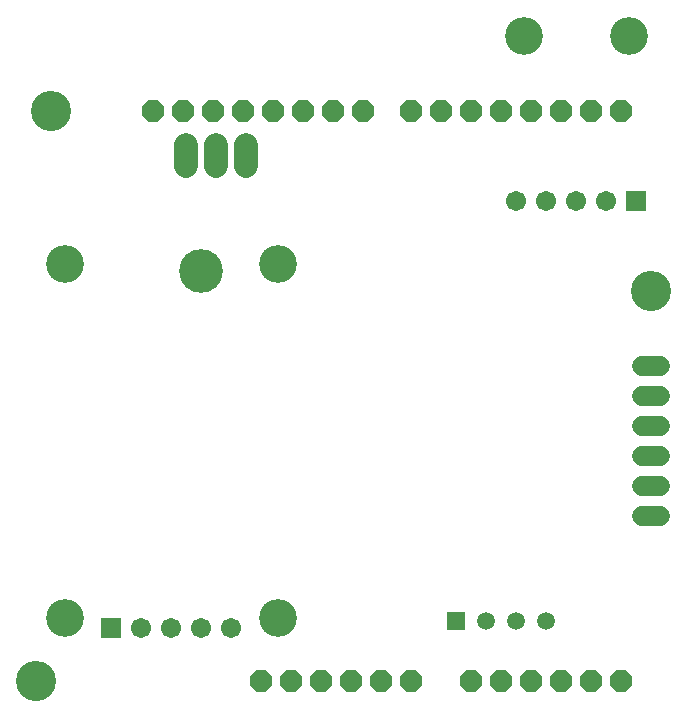
<source format=gbr>
G04 EAGLE Gerber X2 export*
%TF.Part,Single*%
%TF.FileFunction,Soldermask,Top,1*%
%TF.FilePolarity,Negative*%
%TF.GenerationSoftware,Autodesk,EAGLE,9.0.1*%
%TF.CreationDate,2019-03-28T19:28:24Z*%
G75*
%MOMM*%
%FSLAX34Y34*%
%LPD*%
%AMOC8*
5,1,8,0,0,1.08239X$1,22.5*%
G01*
%ADD10P,2.034460X8X22.500000*%
%ADD11C,3.403200*%
%ADD12R,1.511200X1.511200*%
%ADD13C,1.511200*%
%ADD14R,1.711200X1.711200*%
%ADD15C,1.711200*%
%ADD16C,3.203200*%
%ADD17C,3.703200*%
%ADD18C,1.727200*%
%ADD19C,2.003200*%


D10*
X533400Y774700D03*
X508000Y292100D03*
X558800Y774700D03*
X584200Y774700D03*
X609600Y774700D03*
X635000Y774700D03*
X508000Y774700D03*
X482600Y774700D03*
X457200Y774700D03*
X416560Y774700D03*
X391160Y774700D03*
X365760Y774700D03*
X340360Y774700D03*
X314960Y774700D03*
X289560Y774700D03*
X264160Y774700D03*
X238760Y774700D03*
X533400Y292100D03*
X558800Y292100D03*
X584200Y292100D03*
X609600Y292100D03*
X635000Y292100D03*
X457200Y292100D03*
X431800Y292100D03*
X406400Y292100D03*
X381000Y292100D03*
X355600Y292100D03*
X330200Y292100D03*
D11*
X152400Y774700D03*
X660400Y622300D03*
X139700Y292100D03*
D12*
X495300Y342900D03*
D13*
X520700Y342900D03*
X546100Y342900D03*
X571500Y342900D03*
D14*
X647700Y698500D03*
D15*
X622300Y698500D03*
X596900Y698500D03*
X571500Y698500D03*
D16*
X552450Y838200D03*
D15*
X546100Y698500D03*
D16*
X641350Y838200D03*
D14*
X203200Y336550D03*
D15*
X228600Y336550D03*
X254000Y336550D03*
X279400Y336550D03*
X304800Y336550D03*
D16*
X163830Y345440D03*
X344170Y345440D03*
X344170Y645160D03*
D17*
X279400Y638810D03*
D16*
X163830Y645160D03*
D18*
X652780Y431800D02*
X668020Y431800D01*
X668020Y457200D02*
X652780Y457200D01*
X652780Y482600D02*
X668020Y482600D01*
X668020Y508000D02*
X652780Y508000D01*
X652780Y533400D02*
X668020Y533400D01*
X668020Y558800D02*
X652780Y558800D01*
D19*
X266700Y727600D02*
X266700Y745600D01*
X292100Y745600D02*
X292100Y727600D01*
X317500Y727600D02*
X317500Y745600D01*
M02*

</source>
